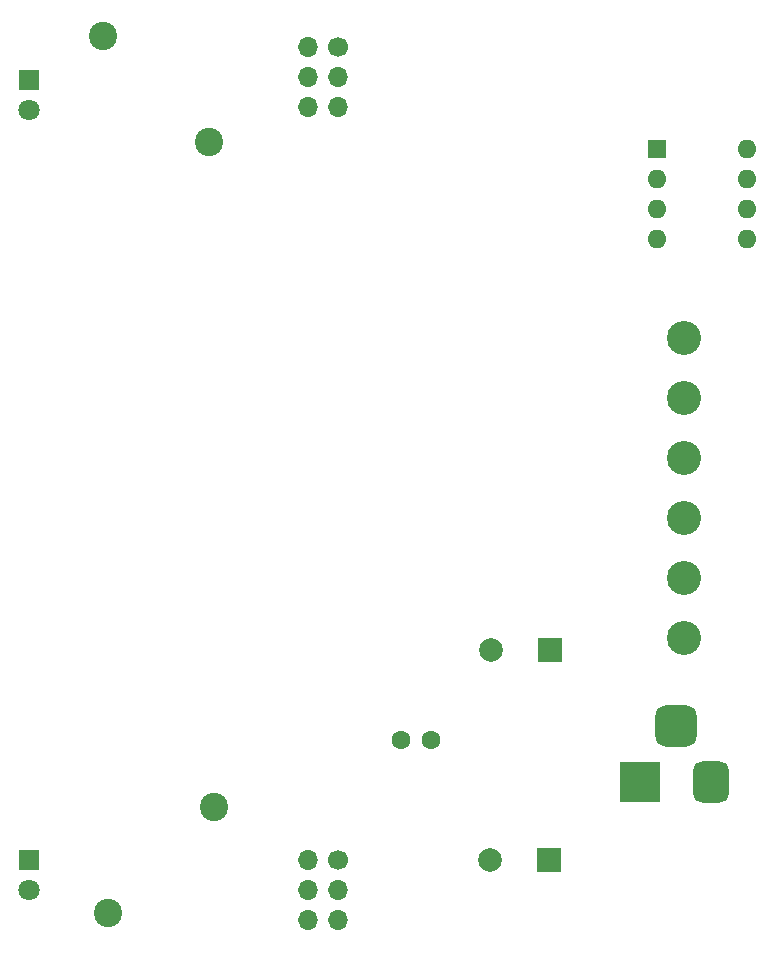
<source format=gbr>
%TF.GenerationSoftware,KiCad,Pcbnew,(7.0.0)*%
%TF.CreationDate,2023-04-28T14:44:39-07:00*%
%TF.ProjectId,Bottom_Board,426f7474-6f6d-45f4-926f-6172642e6b69,0*%
%TF.SameCoordinates,Original*%
%TF.FileFunction,Soldermask,Top*%
%TF.FilePolarity,Negative*%
%FSLAX46Y46*%
G04 Gerber Fmt 4.6, Leading zero omitted, Abs format (unit mm)*
G04 Created by KiCad (PCBNEW (7.0.0)) date 2023-04-28 14:44:39*
%MOMM*%
%LPD*%
G01*
G04 APERTURE LIST*
G04 Aperture macros list*
%AMRoundRect*
0 Rectangle with rounded corners*
0 $1 Rounding radius*
0 $2 $3 $4 $5 $6 $7 $8 $9 X,Y pos of 4 corners*
0 Add a 4 corners polygon primitive as box body*
4,1,4,$2,$3,$4,$5,$6,$7,$8,$9,$2,$3,0*
0 Add four circle primitives for the rounded corners*
1,1,$1+$1,$2,$3*
1,1,$1+$1,$4,$5*
1,1,$1+$1,$6,$7*
1,1,$1+$1,$8,$9*
0 Add four rect primitives between the rounded corners*
20,1,$1+$1,$2,$3,$4,$5,0*
20,1,$1+$1,$4,$5,$6,$7,0*
20,1,$1+$1,$6,$7,$8,$9,0*
20,1,$1+$1,$8,$9,$2,$3,0*%
%AMHorizOval*
0 Thick line with rounded ends*
0 $1 width*
0 $2 $3 position (X,Y) of the first rounded end (center of the circle)*
0 $4 $5 position (X,Y) of the second rounded end (center of the circle)*
0 Add line between two ends*
20,1,$1,$2,$3,$4,$5,0*
0 Add two circle primitives to create the rounded ends*
1,1,$1,$2,$3*
1,1,$1,$4,$5*%
G04 Aperture macros list end*
%ADD10C,1.600000*%
%ADD11R,2.000000X2.000000*%
%ADD12C,2.000000*%
%ADD13C,2.400000*%
%ADD14HorizOval,2.400000X0.000000X0.000000X0.000000X0.000000X0*%
%ADD15C,1.700000*%
%ADD16O,1.700000X1.700000*%
%ADD17C,2.880000*%
%ADD18HorizOval,2.400000X0.000000X0.000000X0.000000X0.000000X0*%
%ADD19R,1.800000X1.800000*%
%ADD20C,1.800000*%
%ADD21R,1.600000X1.600000*%
%ADD22O,1.600000X1.600000*%
%ADD23R,3.500000X3.500000*%
%ADD24RoundRect,0.750000X0.750000X1.000000X-0.750000X1.000000X-0.750000X-1.000000X0.750000X-1.000000X0*%
%ADD25RoundRect,0.875000X0.875000X0.875000X-0.875000X0.875000X-0.875000X-0.875000X0.875000X-0.875000X0*%
G04 APERTURE END LIST*
D10*
%TO.C,C1*%
X144780000Y-127000000D03*
X142280000Y-127000000D03*
%TD*%
D11*
%TO.C,C2*%
X154859999Y-119379999D03*
D12*
X149860000Y-119380000D03*
%TD*%
D11*
%TO.C,C3*%
X154779999Y-137159999D03*
D12*
X149780000Y-137160000D03*
%TD*%
D13*
%TO.C,R1*%
X117429872Y-141650128D03*
D14*
X126410127Y-132669871D03*
%TD*%
D15*
%TO.C,J2*%
X136961000Y-68326000D03*
D16*
X134420999Y-68325999D03*
X136960999Y-70865999D03*
X134420999Y-70865999D03*
X136960999Y-73405999D03*
X134420999Y-73405999D03*
%TD*%
D17*
%TO.C,J3*%
X166250125Y-118364000D03*
X166250125Y-113284000D03*
X166250125Y-108204000D03*
X166250125Y-103124000D03*
X166250125Y-98044000D03*
X166250125Y-92964000D03*
%TD*%
D13*
%TO.C,R2*%
X117048872Y-67391872D03*
D18*
X126029127Y-76372127D03*
%TD*%
D15*
%TO.C,J1*%
X136961000Y-137160000D03*
D16*
X134420999Y-137159999D03*
X136960999Y-139699999D03*
X134420999Y-139699999D03*
X136960999Y-142239999D03*
X134420999Y-142239999D03*
%TD*%
D19*
%TO.C,D2*%
X110779999Y-71119999D03*
D20*
X110780000Y-73660000D03*
%TD*%
D21*
%TO.C,SW2*%
X163956999Y-76933229D03*
D22*
X163956999Y-79473229D03*
X163956999Y-82013229D03*
X163956999Y-84553229D03*
X171576999Y-84553229D03*
X171576999Y-82013229D03*
X171576999Y-79473229D03*
X171576999Y-76933229D03*
%TD*%
D19*
%TO.C,D1*%
X110779999Y-137159999D03*
D20*
X110780000Y-139700000D03*
%TD*%
D23*
%TO.C,J4*%
X162510336Y-130533255D03*
D24*
X168510337Y-130533256D03*
D25*
X165510337Y-125833256D03*
%TD*%
M02*

</source>
